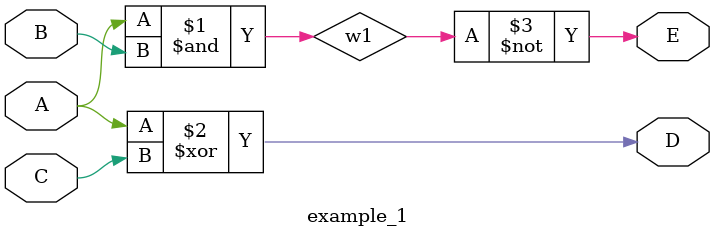
<source format=v>

module example_1(A, B, C, D, E);

   output D, E;
   input  A, B, C;
   wire   w1;

   and G1(w1, A, B);
   not G2(E, w1);
   xor  G3(D, A, C);


endmodule

</source>
